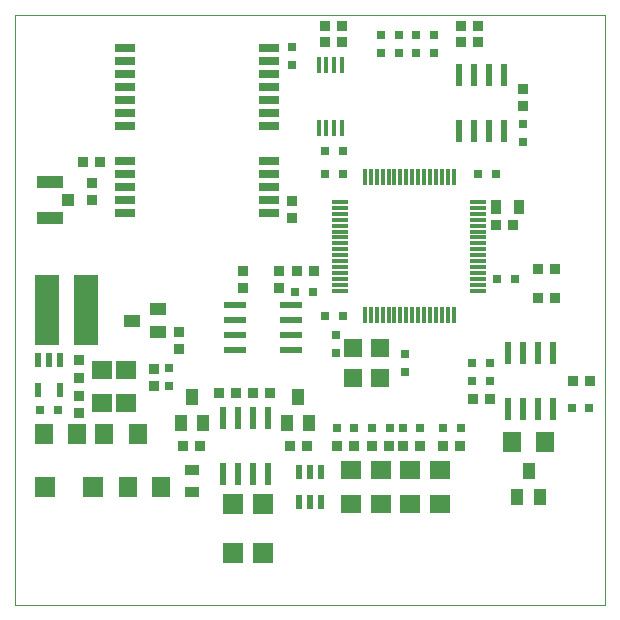
<source format=gtp>
G75*
%MOIN*%
%OFA0B0*%
%FSLAX25Y25*%
%IPPOS*%
%LPD*%
%AMOC8*
5,1,8,0,0,1.08239X$1,22.5*
%
%ADD10C,0.00000*%
%ADD11R,0.07087X0.03150*%
%ADD12R,0.07087X0.06299*%
%ADD13R,0.03150X0.03150*%
%ADD14R,0.05118X0.03543*%
%ADD15R,0.06299X0.07087*%
%ADD16R,0.03543X0.05118*%
%ADD17R,0.01339X0.05315*%
%ADD18R,0.05315X0.01339*%
%ADD19R,0.05512X0.03937*%
%ADD20R,0.02200X0.07800*%
%ADD21R,0.07800X0.02200*%
%ADD22R,0.01700X0.05600*%
%ADD23R,0.06299X0.07098*%
%ADD24R,0.05906X0.06299*%
%ADD25R,0.03740X0.03740*%
%ADD26R,0.02200X0.05000*%
%ADD27R,0.07098X0.06299*%
%ADD28R,0.06693X0.07087*%
%ADD29R,0.07087X0.06693*%
%ADD30R,0.03937X0.05512*%
%ADD31R,0.02362X0.04921*%
%ADD32R,0.04134X0.03937*%
%ADD33R,0.08661X0.04134*%
%ADD34R,0.07874X0.23622*%
D10*
X0000000Y0000000D02*
X0000000Y0196850D01*
X0196850Y0196850D01*
X0196850Y0000000D01*
X0000000Y0000000D01*
D11*
X0036654Y0130748D03*
X0036654Y0135079D03*
X0036654Y0139409D03*
X0036654Y0143740D03*
X0036654Y0148071D03*
X0036654Y0159882D03*
X0036654Y0164213D03*
X0036654Y0168543D03*
X0036654Y0172874D03*
X0036654Y0177205D03*
X0036654Y0181535D03*
X0036654Y0185866D03*
X0084685Y0185866D03*
X0084685Y0181535D03*
X0084685Y0177205D03*
X0084685Y0172874D03*
X0084685Y0168543D03*
X0084685Y0164213D03*
X0084685Y0159882D03*
X0084685Y0148071D03*
X0084685Y0143740D03*
X0084685Y0139409D03*
X0084685Y0135079D03*
X0084685Y0130748D03*
D12*
X0037008Y0078346D03*
X0029134Y0078346D03*
X0029134Y0067323D03*
X0037008Y0067323D03*
D13*
X0051575Y0073031D03*
X0051575Y0078937D03*
X0014370Y0064961D03*
X0008465Y0064961D03*
X0093504Y0104331D03*
X0099409Y0104331D03*
X0103346Y0096457D03*
X0109252Y0096457D03*
X0107087Y0089961D03*
X0107087Y0084055D03*
X0129921Y0083661D03*
X0129921Y0077756D03*
X0129331Y0059055D03*
X0125000Y0059055D03*
X0119094Y0059055D03*
X0113189Y0059055D03*
X0107283Y0059055D03*
X0135236Y0059055D03*
X0142717Y0059055D03*
X0148622Y0059055D03*
X0152559Y0074803D03*
X0158465Y0074803D03*
X0158465Y0080709D03*
X0152559Y0080709D03*
X0160827Y0108661D03*
X0166732Y0108661D03*
X0160433Y0143701D03*
X0154528Y0143701D03*
X0169291Y0154528D03*
X0169291Y0160433D03*
X0139764Y0184055D03*
X0133858Y0184055D03*
X0127953Y0184055D03*
X0127953Y0189961D03*
X0133858Y0189961D03*
X0139764Y0189961D03*
X0122047Y0189961D03*
X0122047Y0184055D03*
X0092520Y0186024D03*
X0092520Y0180118D03*
X0103346Y0151575D03*
X0109252Y0151575D03*
X0109252Y0143701D03*
X0103346Y0143701D03*
X0185630Y0065748D03*
X0191535Y0065748D03*
D14*
X0059055Y0045079D03*
X0059055Y0037598D03*
D15*
X0020866Y0057087D03*
X0009843Y0057087D03*
D16*
X0160433Y0132677D03*
X0167913Y0132677D03*
D17*
X0146260Y0142579D03*
X0144291Y0142579D03*
X0142323Y0142579D03*
X0140354Y0142579D03*
X0138386Y0142579D03*
X0136417Y0142579D03*
X0134449Y0142579D03*
X0132480Y0142579D03*
X0130512Y0142579D03*
X0128543Y0142579D03*
X0126575Y0142579D03*
X0124606Y0142579D03*
X0122638Y0142579D03*
X0120669Y0142579D03*
X0118701Y0142579D03*
X0116732Y0142579D03*
X0116732Y0096713D03*
X0118701Y0096713D03*
X0120669Y0096713D03*
X0122638Y0096713D03*
X0124606Y0096713D03*
X0126575Y0096713D03*
X0128543Y0096713D03*
X0130512Y0096713D03*
X0132480Y0096713D03*
X0134449Y0096713D03*
X0136417Y0096713D03*
X0138386Y0096713D03*
X0140354Y0096713D03*
X0142323Y0096713D03*
X0144291Y0096713D03*
X0146260Y0096713D03*
D18*
X0154429Y0104882D03*
X0154429Y0106850D03*
X0154429Y0108819D03*
X0154429Y0110787D03*
X0154429Y0112756D03*
X0154429Y0114724D03*
X0154429Y0116693D03*
X0154429Y0118661D03*
X0154429Y0120630D03*
X0154429Y0122598D03*
X0154429Y0124567D03*
X0154429Y0126535D03*
X0154429Y0128504D03*
X0154429Y0130472D03*
X0154429Y0132441D03*
X0154429Y0134409D03*
X0108563Y0134409D03*
X0108563Y0132441D03*
X0108563Y0130472D03*
X0108563Y0128504D03*
X0108563Y0126535D03*
X0108563Y0124567D03*
X0108563Y0122598D03*
X0108563Y0120630D03*
X0108563Y0118661D03*
X0108563Y0116693D03*
X0108563Y0114724D03*
X0108563Y0112756D03*
X0108563Y0110787D03*
X0108563Y0108819D03*
X0108563Y0106850D03*
X0108563Y0104882D03*
D19*
X0047638Y0098622D03*
X0047638Y0091142D03*
X0038976Y0094882D03*
D20*
X0069272Y0062450D03*
X0074272Y0062450D03*
X0079272Y0062450D03*
X0084272Y0062450D03*
X0084272Y0043850D03*
X0079272Y0043850D03*
X0074272Y0043850D03*
X0069272Y0043850D03*
X0164547Y0065503D03*
X0169547Y0065503D03*
X0174547Y0065503D03*
X0179547Y0065503D03*
X0179547Y0084103D03*
X0174547Y0084103D03*
X0169547Y0084103D03*
X0164547Y0084103D03*
X0163012Y0158023D03*
X0158012Y0158023D03*
X0153012Y0158023D03*
X0148012Y0158023D03*
X0148012Y0176623D03*
X0153012Y0176623D03*
X0158012Y0176623D03*
X0163012Y0176623D03*
D21*
X0091977Y0100020D03*
X0091977Y0095020D03*
X0091977Y0090020D03*
X0091977Y0085020D03*
X0073377Y0085020D03*
X0073377Y0090020D03*
X0073377Y0095020D03*
X0073377Y0100020D03*
D22*
X0101318Y0159038D03*
X0103818Y0159038D03*
X0106418Y0159038D03*
X0108918Y0159038D03*
X0108918Y0180175D03*
X0106418Y0180175D03*
X0103818Y0180175D03*
X0101318Y0180175D03*
D23*
X0041031Y0057087D03*
X0029835Y0057087D03*
X0037709Y0039370D03*
X0048906Y0039370D03*
X0165661Y0054331D03*
X0176858Y0054331D03*
D24*
X0121850Y0075787D03*
X0112795Y0075787D03*
X0112795Y0085630D03*
X0121850Y0085630D03*
D25*
X0099705Y0111417D03*
X0093996Y0111417D03*
X0088189Y0111516D03*
X0088189Y0105807D03*
X0075984Y0105807D03*
X0075984Y0111516D03*
X0092520Y0129035D03*
X0092520Y0134744D03*
X0054724Y0091043D03*
X0054724Y0085335D03*
X0046457Y0078839D03*
X0046457Y0073130D03*
X0068012Y0070866D03*
X0073720Y0070866D03*
X0079429Y0070866D03*
X0085138Y0070866D03*
X0091634Y0053150D03*
X0097343Y0053150D03*
X0107382Y0053150D03*
X0113091Y0053150D03*
X0119193Y0053150D03*
X0124902Y0053150D03*
X0129429Y0053150D03*
X0135138Y0053150D03*
X0142815Y0053150D03*
X0148524Y0053150D03*
X0152657Y0068898D03*
X0158366Y0068898D03*
X0186122Y0074803D03*
X0191831Y0074803D03*
X0180020Y0102362D03*
X0174311Y0102362D03*
X0174311Y0112205D03*
X0180020Y0112205D03*
X0166240Y0126772D03*
X0160531Y0126772D03*
X0169291Y0166437D03*
X0169291Y0172146D03*
X0154429Y0187795D03*
X0154429Y0192913D03*
X0148720Y0192913D03*
X0148720Y0187795D03*
X0109154Y0187795D03*
X0109154Y0192913D03*
X0103445Y0192913D03*
X0103445Y0187795D03*
X0028445Y0147638D03*
X0022736Y0147638D03*
X0025591Y0140650D03*
X0025591Y0134941D03*
X0021260Y0081594D03*
X0021260Y0075886D03*
X0021260Y0069783D03*
X0021260Y0064075D03*
X0056201Y0053150D03*
X0061909Y0053150D03*
D26*
X0015117Y0071672D03*
X0007717Y0071672D03*
X0007717Y0081872D03*
X0011417Y0081872D03*
X0015117Y0081872D03*
D27*
X0112205Y0044969D03*
X0122047Y0044969D03*
X0131890Y0044969D03*
X0141732Y0044969D03*
X0141732Y0033772D03*
X0131890Y0033772D03*
X0122047Y0033772D03*
X0112205Y0033772D03*
D28*
X0082677Y0033661D03*
X0072835Y0033661D03*
X0072835Y0017520D03*
X0082677Y0017520D03*
D29*
X0026181Y0039370D03*
X0010039Y0039370D03*
D30*
X0055315Y0060630D03*
X0062795Y0060630D03*
X0059055Y0069291D03*
X0090748Y0060630D03*
X0098228Y0060630D03*
X0094488Y0069291D03*
X0167520Y0036220D03*
X0175000Y0036220D03*
X0171260Y0044882D03*
D31*
X0102165Y0044291D03*
X0098425Y0044291D03*
X0094685Y0044291D03*
X0094685Y0034449D03*
X0098425Y0034449D03*
X0102165Y0034449D03*
D32*
X0017815Y0135039D03*
D33*
X0011811Y0129134D03*
X0011811Y0140945D03*
D34*
X0010827Y0098425D03*
X0023819Y0098425D03*
M02*

</source>
